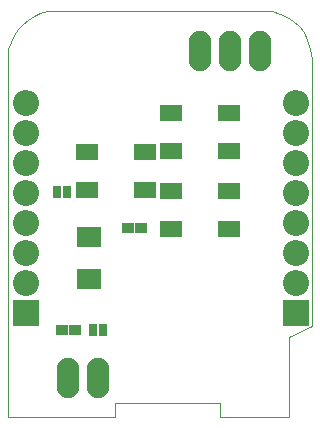
<source format=gts>
G04 #@! TF.FileFunction,Soldermask,Top*
%FSLAX46Y46*%
G04 Gerber Fmt 4.6, Leading zero omitted, Abs format (unit mm)*
G04 Created by KiCad (PCBNEW 4.0.2+dfsg1-2~bpo8+1-stable) date mer. 29 juin 2016 11:45:21 CEST*
%MOMM*%
G01*
G04 APERTURE LIST*
%ADD10C,0.100000*%
%ADD11R,2.200000X2.200000*%
%ADD12O,2.200000X2.200000*%
%ADD13R,1.000000X0.900000*%
%ADD14R,1.900000X1.400000*%
%ADD15O,1.906220X3.414980*%
%ADD16R,0.800000X1.000000*%
%ADD17R,2.099260X1.700480*%
G04 APERTURE END LIST*
D10*
X149762480Y-106014181D02*
X149800000Y-112800000D01*
X151706026Y-105053285D02*
X149762480Y-106014181D01*
X151681078Y-82498193D02*
X151706026Y-105053285D01*
X151565482Y-81605425D02*
X151681078Y-82498193D01*
X151337122Y-80850387D02*
X151565482Y-81605425D01*
X151009595Y-80218540D02*
X151337122Y-80850387D01*
X150596503Y-79695342D02*
X151009595Y-80218540D01*
X150111445Y-79266257D02*
X150596503Y-79695342D01*
X149568018Y-78916742D02*
X150111445Y-79266257D01*
X148979824Y-78632259D02*
X149568018Y-78916742D01*
X148360460Y-78398266D02*
X148979824Y-78632259D01*
X129322547Y-78427024D02*
X148360460Y-78398266D01*
X128724750Y-78612690D02*
X129322547Y-78427024D01*
X128180560Y-78859623D02*
X128724750Y-78612690D01*
X127689488Y-79167259D02*
X128180560Y-78859623D01*
X127251047Y-79535048D02*
X127689488Y-79167259D01*
X126864747Y-79962423D02*
X127251047Y-79535048D01*
X126530099Y-80448833D02*
X126864747Y-79962423D01*
X126246616Y-80993714D02*
X126530099Y-80448833D01*
X126013805Y-81596507D02*
X126246616Y-80993714D01*
X125999807Y-112766658D02*
X126013805Y-81596507D01*
X135080603Y-112792736D02*
X125999807Y-112766658D01*
X135078627Y-111590483D02*
X135080603Y-112792736D01*
X143909849Y-111583795D02*
X135078627Y-111590483D01*
X143900000Y-112800000D02*
X143909849Y-111583795D01*
X149800000Y-112800000D02*
X143900000Y-112800000D01*
D11*
X127490000Y-103950000D03*
D12*
X127490000Y-101410000D03*
X127490000Y-98870000D03*
X127490000Y-96330000D03*
X127490000Y-93790000D03*
X127490000Y-91250000D03*
X127490000Y-88710000D03*
X127490000Y-86170000D03*
D11*
X150350000Y-103950000D03*
D12*
X150350000Y-101410000D03*
X150350000Y-98870000D03*
X150350000Y-96330000D03*
X150350000Y-93790000D03*
X150350000Y-91250000D03*
X150350000Y-88710000D03*
X150350000Y-86170000D03*
D13*
X131614000Y-105410000D03*
X130514000Y-105410000D03*
D14*
X137578000Y-93548000D03*
X132678000Y-93548000D03*
X137578000Y-90348000D03*
X132678000Y-90348000D03*
X144690000Y-96850000D03*
X139790000Y-96850000D03*
X144690000Y-93650000D03*
X139790000Y-93650000D03*
X144690000Y-90246000D03*
X139790000Y-90246000D03*
X144690000Y-87046000D03*
X139790000Y-87046000D03*
D15*
X133604000Y-109474000D03*
X131064000Y-109474000D03*
D16*
X134054000Y-105410000D03*
X133154000Y-105410000D03*
D13*
X137202000Y-96774000D03*
X136102000Y-96774000D03*
D16*
X131006000Y-93726000D03*
X130106000Y-93726000D03*
D17*
X132842000Y-97563940D03*
X132842000Y-101064060D03*
D15*
X147320000Y-81788000D03*
X144780000Y-81788000D03*
X142240000Y-81788000D03*
M02*

</source>
